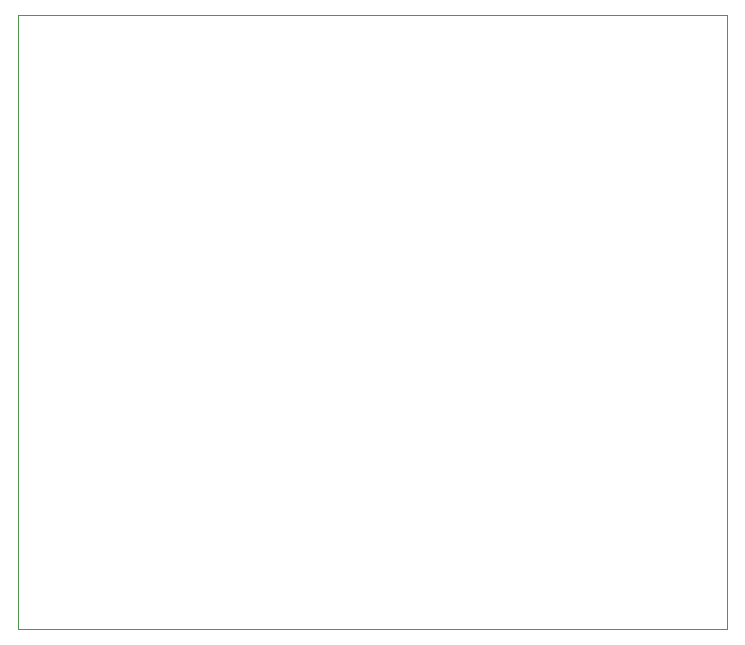
<source format=gbr>
%TF.GenerationSoftware,KiCad,Pcbnew,5.1.10-88a1d61d58~90~ubuntu21.04.1*%
%TF.CreationDate,2021-07-16T14:05:02+02:00*%
%TF.ProjectId,DccDetector,44636344-6574-4656-9374-6f722e6b6963,rev?*%
%TF.SameCoordinates,Original*%
%TF.FileFunction,Profile,NP*%
%FSLAX46Y46*%
G04 Gerber Fmt 4.6, Leading zero omitted, Abs format (unit mm)*
G04 Created by KiCad (PCBNEW 5.1.10-88a1d61d58~90~ubuntu21.04.1) date 2021-07-16 14:05:02*
%MOMM*%
%LPD*%
G01*
G04 APERTURE LIST*
%TA.AperFunction,Profile*%
%ADD10C,0.050000*%
%TD*%
G04 APERTURE END LIST*
D10*
X80000000Y-20000000D02*
X20000000Y-20000000D01*
X80000000Y-72000000D02*
X80000000Y-20000000D01*
X20000000Y-72000000D02*
X80000000Y-72000000D01*
X20000000Y-20000000D02*
X20000000Y-72000000D01*
M02*

</source>
